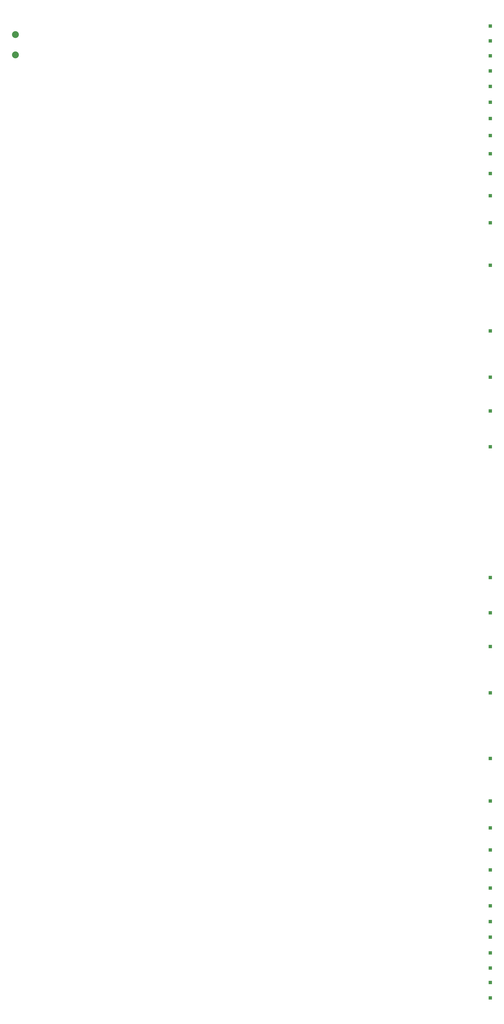
<source format=gbr>
%TF.GenerationSoftware,KiCad,Pcbnew,7.0.1-3b83917a11~172~ubuntu22.04.1*%
%TF.CreationDate,2023-12-10T16:36:40-05:00*%
%TF.ProjectId,coil_template_second,636f696c-5f74-4656-9d70-6c6174655f73,rev?*%
%TF.SameCoordinates,Original*%
%TF.FileFunction,Soldermask,Top*%
%TF.FilePolarity,Negative*%
%FSLAX46Y46*%
G04 Gerber Fmt 4.6, Leading zero omitted, Abs format (unit mm)*
G04 Created by KiCad (PCBNEW 7.0.1-3b83917a11~172~ubuntu22.04.1) date 2023-12-10 16:36:40*
%MOMM*%
%LPD*%
G01*
G04 APERTURE LIST*
%ADD10R,5.000000X5.000000*%
%ADD11C,10.160000*%
G04 APERTURE END LIST*
D10*
%TO.C,J22*%
X746500000Y-1114093185D03*
%TD*%
D11*
%TO.C,J1*%
X45240000Y-75240000D03*
X45240000Y-45270000D03*
%TD*%
D10*
%TO.C,J34*%
X746500000Y-1467672196D03*
%TD*%
%TO.C,J11*%
X746500000Y-283188423D03*
%TD*%
%TO.C,J1*%
X746500000Y-32673033D03*
%TD*%
%TO.C,J31*%
X746500000Y-1401208574D03*
%TD*%
%TO.C,J7*%
X746500000Y-169183012D03*
%TD*%
%TO.C,J23*%
X746500000Y-1176878439D03*
%TD*%
%TO.C,J29*%
X746500000Y-1354926607D03*
%TD*%
%TO.C,J28*%
X746500000Y-1331640082D03*
%TD*%
%TO.C,J14*%
X746500000Y-482808655D03*
%TD*%
%TO.C,J17*%
X746500000Y-653800433D03*
%TD*%
%TO.C,J20*%
X746500000Y-948789956D03*
%TD*%
%TO.C,J9*%
X746500000Y-221188514D03*
%TD*%
%TO.C,J24*%
X746500000Y-1216651350D03*
%TD*%
%TO.C,J3*%
X746500000Y-76617652D03*
%TD*%
%TO.C,J8*%
X746500000Y-194375409D03*
%TD*%
%TO.C,J4*%
X746500000Y-98943973D03*
%TD*%
%TO.C,J15*%
X746500000Y-551174179D03*
%TD*%
%TO.C,J6*%
X746500000Y-145133252D03*
%TD*%
%TO.C,J27*%
X746500000Y-1305394228D03*
%TD*%
%TO.C,J32*%
X746500000Y-1423524827D03*
%TD*%
%TO.C,J26*%
X746500000Y-1278711752D03*
%TD*%
%TO.C,J25*%
X746500000Y-1249210547D03*
%TD*%
%TO.C,J10*%
X746500000Y-250399111D03*
%TD*%
%TO.C,J30*%
X746500000Y-1377922050D03*
%TD*%
%TO.C,J2*%
X746500000Y-54535764D03*
%TD*%
%TO.C,J12*%
X746500000Y-323096736D03*
%TD*%
%TO.C,J16*%
X746500000Y-601017812D03*
%TD*%
%TO.C,J13*%
X746500000Y-385849012D03*
%TD*%
%TO.C,J33*%
X746500000Y-1444870808D03*
%TD*%
%TO.C,J19*%
X746500000Y-899014939D03*
%TD*%
%TO.C,J5*%
X746500000Y-121794755D03*
%TD*%
%TO.C,J21*%
X746500000Y-1017240289D03*
%TD*%
%TO.C,J18*%
X746500000Y-847000000D03*
%TD*%
M02*

</source>
